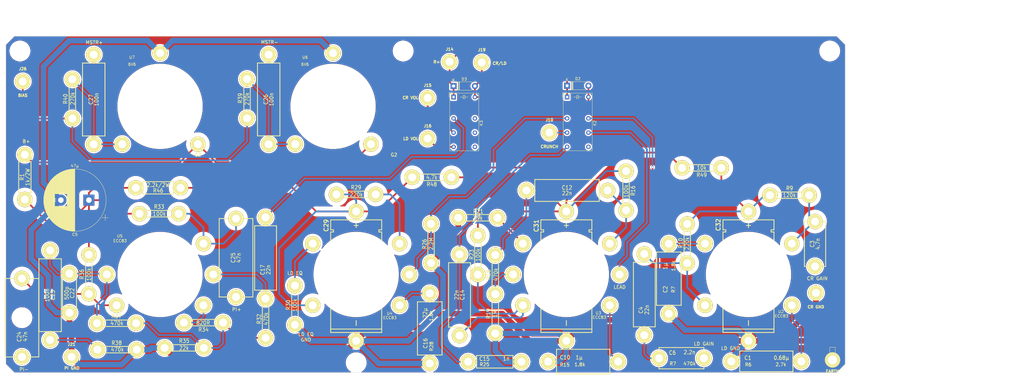
<source format=kicad_pcb>
(kicad_pcb (version 20241229) (generator "pcbnew") (generator_version "9.0")
  (layers (0 "F.Cu" signal) (2 "B.Cu" signal) (13 "F.Paste" user) (15 "B.Paste" user) (5 "F.SilkS" user "F.Silkscreen") (7 "B.SilkS" user "B.Silkscreen") (1 "F.Mask" user) (3 "B.Mask" user) (25 "Edge.Cuts" user))
  (net 0 "")
  (net 1 "Net-(U2A-K)")
  (net 2 "GND")
  (net 3 "Net-(U2B-K)")
  (net 4 "Net-(C4-Pad1)")
  (net 6 "Net-(C12-Pad1)")
  (net 7 "Net-(C14-Pad1)")
  (net 9 "Net-(U3A-K)")
  (net 10 "Net-(U4A-K)")
  (net 11 "Net-(U5A-G)")
  (net 12 "Net-(C23-Pad2)")
  (net 13 "Net-(U5B-G)")
  (net 14 "C+")
  (net 15 "D+")
  (net 17 "E+")
  (net 18 "F+")
  (net 19 "+VSW")
  (net 20 "-VSW")
  (net 22 "Net-(U6A-G1)")
  (net 25 "Net-(U7A-G1)")
  (net 26 "Earth")
  (net 27 "Net-(J10-Pin_1)")
  (net 28 "Net-(J15-Pin_1)")
  (net 29 "Net-(J16-Pin_1)")
  (net 30 "Net-(J26-Pin_1)")
  (net 32 "Net-(R32-Pad2)")
  (net 33 "Net-(U3A-G)")
  (net 34 "/HT3")
  (net 35 "/HT4")
  (net 36 "/HT5")
  (net 37 "Net-(U4A-G)")
  (net 38 "/HT6")
  (net 39 "/HT9")
  (net 40 "/HT8")
  (net 42 "/MT1")
  (net 45 "B+")
  (net 46 "/HT7")
  (net 47 "Net-(U3B-G)")
  (net 48 "Net-(U3B-K)")
  (net 49 "Net-(U5A-K)")
  (net 50 "Net-(C17-Pad2)")
  (footprint "A-wai_Turrets:C_M150_684_100V" (layer "F.Cu") (at 296.3672 181.0258 180)
    (property "Reference" "C1")
    (property "Value" "0.68µ")
  )
  (footprint "A-wai_Turrets:C_M150_105_100V" (layer "F.Cu") (at 261.587 151.511 -90)
    (property "Reference" "C2")
    (property "Value" "1µ")
  )
  (footprint "A-wai_Turrets:C_WMF_223_630V" (layer "F.Cu") (at 252.824 157.1752 90)
    (property "Reference" "C4")
    (property "Value" "22n")
  )
  (footprint "A-wai_Turrets:C_6PS_202" (layer "F.Cu") (at 266.0904 179.8828 180)
    (property "Reference" "C6")
    (property "Value" "2.2n")
  )
  (footprint "A-wai_Turrets:C_M150_105_100V" (layer "F.Cu") (at 231.0098 181.102 180)
    (property "Reference" "C10")
    (property "Value" "1µ")
  )
  (footprint "A-wai_Turrets:C_WMF_223_630V" (layer "F.Cu") (at 225.2358 120.015)
    (property "Reference" "C12")
    (property "Value" "22n")
  )
  (footprint "A-wai_Turrets:C_WMF_223_630V" (layer "F.Cu") (at 186.8818 157.3022 -90)
    (property "Reference" "C14")
    (property "Value" "22n")
  )
  (footprint "A-wai_Turrets:C_WMF_102_630V" (layer "F.Cu") (at 199.4662 181.1528)
    (property "Reference" "C15")
    (property "Value" "1n")
  )
  (footprint "A-wai_Turrets:C_M150_105_100V" (layer "F.Cu") (at 176.25 169.25 -90)
    (property "Reference" "C16")
    (property "Value" "22µ")
  )
  (footprint "A-wai_Turrets:C_WMF_223_630V" (layer "F.Cu") (at 117.6528 144.1196 90)
    (property "Reference" "C17")
    (property "Value" "22n")
  )
  (footprint "A-wai_Turrets:C_SM_500V" (layer "F.Cu") (at 47.6682 156.6776 -90)
    (property "Reference" "C22")
    (property "Value" "500p")
  )
  (footprint "A-wai_Turrets:C_M150_104_630V" (layer "F.Cu") (at 40.7594 157.4038 -90)
    (property "Reference" "C23")
    (property "Value" "100n")
  )
  (footprint "A-wai_Turrets:C_6PS_503" (layer "F.Cu") (at 30.7086 165.4302 90)
    (property "Reference" "C24")
    (property "Value" "47n")
  )
  (footprint "A-wai_Turrets:C_6PS_503" (layer "F.Cu") (at 107.1042 144.0434 90)
    (property "Reference" "C25")
    (property "Value" "47n")
  )
  (footprint "A-wai_Turrets:C_M150_104_630V" (layer "F.Cu") (at 118.769 87.5284 90)
    (property "Reference" "C26")
    (property "Value" "100n")
  )
  (footprint "A-wai_Turrets:C_M150_104_630V" (layer "F.Cu") (at 56.3308 87.5538 90)
    (property "Reference" "C27")
    (property "Value" "100n")
  )
  (footprint "A-wai_Turrets:CPA_22uF_500V" (layer "F.Cu") (at 150 150 90)
    (property "Reference" "C29")
    (property "Value" "33µ")
  )
  (footprint "A-wai_Turrets:CPA_22uF_500V" (layer "F.Cu") (at 290 150 90)
    (property "Reference" "C32")
    (property "Value" "10µ")
  )
  (footprint "Diode_THT:D_DO-41_SOD81_P7.62mm_Horizontal" (layer "F.Cu") (at 225.2625 82.6339)
    (property "Reference" "D2")
    (property "Value" "D")
  )
  (footprint "Diode_THT:D_DO-41_SOD81_P7.62mm_Horizontal" (layer "F.Cu") (at 184.75 82.75)
    (property "Reference" "D3")
    (property "Value" "D")
  )
  (footprint "A-wai_Turrets:TURRET" (layer "F.Cu") (at 218.9633 99.3725)
    (property "Reference" "J10")
    (property "Value" "CRUNCH")
  )
  (footprint "A-wai_Turrets:TURRET" (layer "F.Cu") (at 183.3372 74.1172)
    (property "Reference" "J14")
    (property "Value" "R+")
  )
  (footprint "A-wai_Turrets:TURRET" (layer "F.Cu") (at 175.5 87)
    (property "Reference" "J15")
    (property "Value" "CR VOL")
  )
  (footprint "A-wai_Turrets:TURRET" (layer "F.Cu") (at 175.5 101.5)
    (property "Reference" "J16")
    (property "Value" "LD VOL")
  )
  (footprint "A-wai_Turrets:TURRET" (layer "F.Cu") (at 194.818 74.3458)
    (property "Reference" "J19")
    (property "Value" "CR/LD")
  )
  (footprint "A-wai_Turrets:TURRET" (layer "F.Cu") (at 31 81.1022)
    (property "Reference" "J26")
    (property "Value" "BIAS")
  )
  (footprint "Relay_THT:Relay_DPDT_Finder_30.22" (layer "F.Cu") (at 225.2625 86.6725 -90)
    (property "Reference" "K2")
    (property "Value" "FINDER-30.22")
  )
  (footprint "Relay_THT:Relay_DPDT_Finder_30.22" (layer "F.Cu") (at 184.75 86.687 -90)
    (property "Reference" "K3")
    (property "Value" "FINDER-30.22")
  )
  (footprint "A-wai_Turrets:R_0.5W" (layer "F.Cu") (at 304.6654 121.7168)
    (property "Reference" "R9")
    (property "Value" "120k")
  )
  (footprint "A-wai_Turrets:R_0.5W" (layer "F.Cu") (at 246.3178 120.1166 -90)
    (property "Reference" "R16")
    (property "Value" "100k")
  )
  (footprint "A-wai_Turrets:R_0.5W" (layer "F.Cu") (at 199.658 150.0378 90)
    (property "Reference" "R18")
    (property "Value" "470k")
  )
  (footprint "A-wai_Turrets:R_0.5W" (layer "F.Cu") (at 199.658 164.0332 -90)
    (property "Reference" "R19")
    (property "Value" "1M")
  )
  (footprint "A-wai_Turrets:R_0.5W" (layer "F.Cu") (at 193.435 129.7686 180)
    (property "Reference" "R21")
    (property "Value" "39k")
  )
  (footprint "A-wai_Turrets:R_0.5W" (layer "F.Cu") (at 193.435 143.0528 -90)
    (property "Reference" "R23")
    (property "Value" "100k")
  )
  (footprint "A-wai_Turrets:R_0.5W" (layer "F.Cu") (at 149.9466 121.4374)
    (property "Reference" "R29")
    (property "Value" "220k")
  )
  (footprint "A-wai_Turrets:R_0.5W" (layer "F.Cu") (at 128.1354 160.9598 -90)
    (property "Reference" "R30")
    (property "Value" "100k")
  )
  (footprint "A-wai_Turrets:R_0.5W" (layer "F.Cu") (at 79.6544 128.3208)
    (property "Reference" "R33")
    (property "Value" "100k")
  )
  (footprint "A-wai_Turrets:R_0.5W" (layer "F.Cu") (at 95.504 167.1828 180)
    (property "Reference" "R34")
    (property "Value" "820R")
  )
  (footprint "A-wai_Turrets:R_0.5W" (layer "F.Cu") (at 88.6206 176.1998)
    (property "Reference" "R35")
    (property "Value" "22k")
  )
  (footprint "A-wai_Turrets:R_0.5W" (layer "F.Cu") (at 54.6024 149.9512 90)
    (property "Reference" "R36")
    (property "Value" "100k")
  )
  (footprint "A-wai_Turrets:R_0.5W" (layer "F.Cu") (at 64.4652 167.4114)
    (property "Reference" "R37")
    (property "Value" "470k")
  )
  (footprint "A-wai_Turrets:R_0.5W" (layer "F.Cu") (at 64.6684 176.8348 180)
    (property "Reference" "R38")
    (property "Value" "470k")
  )
  (footprint "A-wai_Turrets:R_0.5W" (layer "F.Cu") (at 111.0474 87.2744 -90)
    (property "Reference" "R39")
    (property "Value" "270k")
  )
  (footprint "A-wai_Turrets:R_0.5W" (layer "F.Cu") (at 48.7108 87.3506 90)
    (property "Reference" "R40")
    (property "Value" "270k")
  )
  (footprint "A-wai_Turrets:R_2W" (layer "F.Cu") (at 79.3242 119.0752 180)
    (property "Reference" "R46")
    (property "Value" "2.2k/2W")
  )
  (footprint "A-wai_Turrets:R_0.5W" (layer "F.Cu") (at 273.304 111.9632 180)
    (property "Reference" "R49")
    (property "Value" "10k")
  )
  (footprint "A-wai_Turrets:TUBE_TRIODE" (layer "F.Cu") (at 290 150)
    (property "Reference" "U2")
    (property "Value" "ECC83")
  )
  (footprint "A-wai_Turrets:TUBE_TRIODE" (layer "F.Cu") (at 225 150)
    (property "Reference" "U3")
    (property "Value" "ECC83")
  )
  (footprint "A-wai_Turrets:TUBE_TRIODE" (layer "F.Cu") (at 150 150)
    (property "Reference" "U4")
    (property "Value" "ECC83")
  )
  (footprint "A-wai_Turrets:TUBE_TRIODE" (layer "F.Cu") (at 80 150)
    (property "Reference" "U5")
    (property "Value" "ECC83")
  )
  (footprint "A-wai_Turrets:TUBE_PENTODE" (layer "F.Cu") (at 141.75 90)
    (property "Reference" "U6")
    (property "Value" "6V6")
  )
  (footprint "A-wai_Turrets:TUBE_PENTODE" (layer "F.Cu") (at 80 90)
    (property "Reference" "U7")
    (property "Value" "6V6")
  )
  (footprint "A-wai_Turrets:CPA_22uF_500V" (layer "F.Cu") (at 225 150 90)
    (property "Reference" "C31")
    (property "Value" "22µ")
  )
  (footprint "A-wai_Turrets:R_0.5W" (layer "F.Cu") (at 268.1402 138.9634 -90)
    (property "Reference" "R10")
    (property "Value" "220k")
  )
  (footprint "A-wai_Turrets:R_0.5W" (layer "F.Cu") (at 176.7078 138.938 -90)
    (property "Reference" "R26")
    (property "Value" "2.2M")
  )
  (footprint "A-wai_Turrets:C_6PS_502" (layer "F.Cu") (at 313.7586 139.1158 90)
    (property "Reference" "C3")
    (property "Value" "4.7n")
  )
  (footprint "A-wai_Turrets:R_0.5W" (layer "F.Cu") (at 117.6528 165.6334 -90)
    (property "Reference" "R32")
    (property "Value" "470k")
  )
  (footprint "A-wai_Turrets:TURRET" (layer "F.Cu") (at 320 180.5)
    (property "Reference" "J27" (hide yes))
    (property "Value" "EARTH")
  )
  (footprint "Jumper:SolderJumper-2_P1.3mm_Bridged_Pad1.0x1.5mm" (layer "F.Cu") (at 320 177.35 90)
    (property "Reference" "JP1" (hide yes))
    (property "Value" "Jumper" (hide yes))
  )
  (footprint "A-wai_Turrets:TURRET" (layer "F.Cu") (at 314.071 156.591)
    (property "Reference" "J7" (hide yes))
    (property "Value" "CR GND")
  )
  (footprint "A-wai_Turrets:TURRET" (layer "F.Cu") (at 48.4124 179.4302)
    (property "Reference" "J21")
    (property "Value" "PI GND")
  )
  (footprint "Capacitor_THT:CP_Radial_D22.0mm_P10.00mm_SnapIn" (layer "F.Cu") (at 54.61 123.4694 180)
    (property "Reference" "C5")
    (property "Value" "47µ")
  )
  (footprint "A-wai_Turrets:R_2W" (layer "F.Cu") (at 31.75 115.25 90)
    (property "Reference" "R1")
    (property "Value" "1k/2W")
  )
  (footprint "A-wai_Turrets:R_0.5W" (layer "F.Cu") (at 176.9872 115.3414 180)
    (property "Reference" "R48")
    (property "Value" "4.7k")
  )
  (footprint "MountingHole:MountingHole_3.5mm" (layer "F.Cu") (at 166.75 70.25)
    (property "Reference" "REF**" (hide yes))
    (property "Value" "MountingHole_3.5mm" (hide yes))
  )
  (footprint "MountingHole:MountingHole_3.5mm" (layer "F.Cu") (at 30.7086 165.4302)
    (property "Reference" "REF**" (hide yes))
    (property "Value" "MountingHole_3.5mm" (hide yes))
  )
  (footprint "MountingHole:MountingHole_3.5mm" (layer "F.Cu") (at 30 70.25)
    (property "Reference" "REF**" (hide yes))
    (property "Value" "MountingHole_3.5mm" (hide yes))
  )
  (footprint "MountingHole:MountingHole_3.5mm" (layer "F.Cu") (at 319 70.25)
    (property "Reference" "REF**" (hide yes))
    (property "Value" "MountingHole_3.5mm" (hide yes))
  )
  (footprint "MountingHole:MountingHole_3.5mm" (layer "F.Cu") (at 150 181.5)
    (property "Reference" "REF**" (hide yes))
    (property "Value" "MountingHole_3.5mm" (hide yes))
  )
  (gr_line (start 321.5 185) (end 28 185) (stroke (width 0.1)) (layer "Edge.Cuts"))
  (gr_line (start 324.5 68) (end 324.5 182) (stroke (width 0.1)) (layer "Edge.Cuts"))
  (gr_line (start 25 68) (end 28 65) (stroke (width 0.1)) (layer "Edge.Cuts"))
  (gr_line (start 28 185) (end 25 182) (stroke (width 0.1)) (layer "Edge.Cuts"))
  (gr_line (start 28 65) (end 321.5 65) (stroke (width 0.1)) (layer "Edge.Cuts"))
  (gr_line (start 324.5 182) (end 321.5 185) (stroke (width 0.1)) (layer "Edge.Cuts"))
  (gr_line (start 324.5 68) (end 321.5 65) (stroke (width 0.1)) (layer "Edge.Cuts"))
  (gr_line (start 25 182) (end 25 68) (stroke (width 0.1)) (layer "Edge.Cuts"))
  (gr_text "1.8k" (at 229.8192 182.1434 0) (layer "F.SilkS") (effects (font (size 1.2 1.2) (thickness 0.2))))
  (gr_text "1.8k" (at 176.7586 164.7444 90) (layer "F.SilkS") (effects (font (size 1.2 1.2) (thickness 0.2))))
  (gr_text "1.8k" (at 263.2202 146.9136 90) (layer "F.SilkS") (effects (font (size 1.2 1.2) (thickness 0.2))))
  (gr_text "R15" (at 224.4344 182.245 0) (layer "F.SilkS") (effects (font (size 1.2 1.2) (thickness 0.2))))
  (gr_text "R25" (at 195.8086 182.118 0) (layer "F.SilkS") (effects (font (size 1.2 1.2) (thickness 0.2))))
  (gr_text "R28" (at 176.8602 175.6664 90) (layer "F.SilkS") (effects (font (size 1.2 1.2) (thickness 0.2))))
  (gr_text "R7" (at 263.1948 155.3718 90) (layer "F.SilkS") (effects (font (size 1.2 1.2) (thickness 0.2))))
  (gr_text "LD GAIN" (at 274.0914 174.752 0) (layer "F.SilkS") (effects (font (size 1.2 1.2) (thickness 0.2))))
  (gr_text "LD GND" (at 283.6164 176.3522 0) (layer "F.SilkS") (effects (font (size 1.2 1.2) (thickness 0.2))))
  (gr_text "LD EQ\nGND" (at 132.08 172.339 0) (layer "F.SilkS") (effects (font (size 1.2 1.2) (thickness 0.2))))
  (gr_text "LD EQ" (at 128.143 149.5552 0) (layer "F.SilkS") (effects (font (size 1.2 1.2) (thickness 0.2))))
  (gr_text "PI+" (at 107.3404 162.4838 0) (layer "F.SilkS") (effects (font (size 1.2 1.2) (thickness 0.2))))
  (gr_text "PI-" (at 31.4198 183.8706 0) (layer "F.SilkS") (effects (font (size 1.2 1.2) (thickness 0.2))))
  (gr_text "MSTR-" (at 119.0802 67.1068 0) (layer "F.SilkS") (effects (font (size 1.2 1.2) (thickness 0.2))))
  (gr_text "MSTR+" (at 56.515 67.2084 0) (layer "F.SilkS") (effects (font (size 1.2 1.2) (thickness 0.2))))
  (gr_text "G2" (at 93.5228 107.315 0) (layer "F.SilkS") (effects (font (size 1.2 1.2) (thickness 0.2))))
  (gr_text "G2" (at 163.4744 107.315 0) (layer "F.SilkS") (effects (font (size 1.2 1.2) (thickness 0.2))))
  (gr_text "B+" (at 32.25 102.5 0) (layer "F.SilkS") (effects (font (size 1.2 1.2) (thickness 0.2))))
  (gr_text "LEAD" (at 244.0178 154.5082 0) (layer "F.SilkS") (effects (font (size 1.2 1.2) (thickness 0.2))))
  (gr_text "R6" (at 289.9156 182.1942 0) (layer "F.SilkS") (effects (font (size 1.2 1.2) (thickness 0.2))))
  (gr_text "CR GAIN" (at 314.5536 151.4348 0) (layer "F.SilkS") (effects (font (size 1.2 1.2) (thickness 0.2))))
  (gr_text "470k" (at 268.9606 181.8386 0) (layer "F.SilkS") (effects (font (size 1.2 1.2) (thickness 0.2))))
  (gr_text "R7" (at 263.017 181.8386 0) (layer "F.SilkS") (effects (font (size 1.2 1.2) (thickness 0.2))))
  (gr_text "2.7k" (at 301.5742 182.1434 0) (layer "F.SilkS") (effects (font (size 1.2 1.2) (thickness 0.2))))
  (segment (start 305.5 166.1302) (end 305.5 161) (width 0.6) (layer "B.Cu") (net 1))
  (segment (start 308.8672 169.4974) (end 305.5 166.1302) (width 0.6) (layer "B.Cu") (net 1))
  (segment (start 308.8672 181.0258) (end 308.8672 169.4974) (width 0.6) (layer "B.Cu") (net 1))
  (segment (start 314.071 160.655) (end 314.071 156.591) (width 2) (layer "F.Cu") (net 2))
  (segment (start 305.7398 168.9862) (end 314.071 160.655) (width 2) (layer "F.Cu") (net 2))
  (segment (start 257.015 166.2176) (end 264.4826 173.6852) (width 2) (layer "F.Cu") (net 2))
  (segment (start 257.015 159.235) (end 257.015 166.2176) (width 0.6) (layer "F.Cu") (net 2))
  (segment (start 47.6682 169.1132) (end 47.6682 163.6776) (width 2) (layer "F.Cu") (net 2))
  (segment (start 255.75 111.75) (end 255.75 138.25) (width 0.6) (layer "F.Cu") (net 2))
  (segment (start 173.355 168.9354) (end 178.308 163.9824) (width 2) (layer "F.Cu") (net 2))
  (segment (start 48.4124 179.4302) (end 48.4124 169.8574) (width 2) (layer "F.Cu") (net 2))
  (segment (start 154.7646 168.9354) (end 173.355 168.9354) (width 2) (layer "F.Cu") (net 2))
  (segment (start 257.75 158.5) (end 257.015 159.235) (width 0.6) (layer "F.Cu") (net 2))
  (segment (start 294.7138 168.9862) (end 305.7398 168.9862) (width 2) (layer "F.Cu") (net 2))
  (segment (start 141.0232 182.6768) (end 88.0976 182.6768) (width 2) (layer "F.Cu") (net 2))
  (segment (start 257.75 140.25) (end 257.75 158.5) (width 0.6) (layer "F.Cu") (net 2))
  (segment (start 88.0976 182.6768) (end 84.370599 178.949799) (width 2) (layer "F.Cu") (net 2))
  (segment (start 180.6956 141.9502) (end 180.6956 139.397087) (width 2) (layer "F.Cu") (net 2))
  (segment (start 232.4824 166.2176) (end 257.015 166.2176) (width 2) (layer "F.Cu") (net 2))
  (segment (start 186.435 133.657687) (end 186.435 129.7686) (width 2) (layer "F.Cu") (net 2))
  (segment (start 202.184 163.9824) (end 211.9016 173.7) (width 2) (layer "F.Cu") (net 2))
  (segment (start 225 173.7) (end 232.4824 166.2176) (width 2) (layer "F.Cu") (net 2))
  (segment (start 320 175.25) (end 320 175.594) (width 2) (layer "F.Cu") (net 2))
  (segment (start 264.4826 173.6852) (end 289.9852 173.6852) (width 2) (layer "F.Cu") (net 2))
  (segment (start 150 173.7) (end 141.0232 182.6768) (width 2) (layer "F.Cu") (net 2))
  (segment (start 290 173.7) (end 318.45 173.7) (width 2) (layer "F.Cu") (net 2))
  (segment (start 84.370599 178.949799) (end 81.6206 176.1998) (width 2) (layer "F.Cu") (net 2))
  (segment (start 176.7078 145.938) (end 180.6956 141.9502) (width 2) (layer "F.Cu") (net 2))
  (segment (start 150 173.7) (end 154.7646 168.9354) (width 2) (layer "F.Cu") (net 2))
  (segment (start 255.75 138.25) (end 257.75 140.25) (width 0.6) (layer "F.Cu") (net 2))
  (segment (start 289.9852 173.6852) (end 290 173.7) (width 2) (layer "F.Cu") (net 2))
  (segment (start 290 173.7) (end 290.417 174.117) (width 2) (layer "F.Cu") (net 2))
  (segment (start 178.308 163.9824) (end 202.184 163.9824) (width 2) (layer "F.Cu") (net 2))
  (segment (start 318.45 173.7) (end 320 175.25) (width 2) (layer "F.Cu") (net 2))
  (segment (start 290 173.7) (end 294.7138 168.9862) (width 2) (layer "F.Cu") (net 2))
  (segment (start 180.6956 139.397087) (end 186.435 133.657687) (width 2) (layer "F.Cu") (net 2))
  (segment (start 211.9016 173.7) (end 225 173.7) (width 2) (layer "F.Cu") (net 2))
  (segment (start 48.4124 169.8574) (end 47.6682 169.1132) (width 2) (layer "F.Cu") (net 2))
  (via (at 255.75 111.75) (size 0.8) (drill 0.6) (layers "F.Cu" "B.Cu") (net 2))
  (segment (start 47.6682 163.6776) (end 43.18 163.6776) (width 2) (layer "B.Cu") (net 2))
  (segment (start 249.0425 94.2925) (end 255.75 101) (width 0.6) (layer "B.Cu") (net 2))
  (segment (start 267.4004 169.8244) (end 261.587 164.011) (width 2) (layer "B.Cu") (net 2))
  (segment (start 133.8756 173.7) (end 128.1354 167.9598) (width 2) (layer "B.Cu") (net 2))
  (segment (start 286.1244 169.8244) (end 267.4004 169.8244) (width 2) (layer "B.Cu") (net 2))
  (segment (start 84.44999 66.55001) (end 137.30001 66.55001) (width 2) (layer "B.Cu") (net 2))
  (segment (start 222.3332 171.0332) (end 225 173.7) (width 2) (layer "B.Cu") (net 2))
  (segment (start 199.658 171.0332) (end 199.658 177.3314) (width 2) (layer "B.Cu") (net 2))
  (segment (start 283.8672 179.8328) (end 290 173.7) (width 2) (layer "B.Cu") (net 2))
  (segment (start 232.8825 94.2925) (end 249.0425 94.2925) (width 0.6) (layer "B.Cu") (net 2))
  (segment (start 40.1574 150.5458) (end 34.0106 144.399) (width 2) (layer "B.Cu") (net 2))
  (segment (start 44.61 123.4694) (end 38.4048 117.2642) (width 2) (layer "B.Cu") (net 2))
  (segment (start 48.4124 179.4302) (end 51.162399 182.180199) (width 2) (layer "B.Cu") (net 2))
  (segment (start 199.658 171.0332) (end 222.3332 171.0332) (width 2) (layer "B.Cu") (net 2))
  (segment (start 51.162399 182.180199) (end 66.323001 182.180199) (width 2) (layer "B.Cu") (net 2))
  (segment (start 71.6684 176.8348) (end 76.2762 176.8348) (width 2) (layer "B.Cu") (net 2))
  (segment (start 225 178.5044) (end 225 173.7) (width 2) (layer "B.Cu") (net 2))
  (segment (start 68.918401 179.584799) (end 71.6684 176.8348) (width 2) (layer "B.Cu") (net 2))
  (segment (start 43.18 163.6776) (end 40.1574 160.655) (width 2) (layer "B.Cu") (net 2))
  (segment (start 38.4048 117.2642) (end 38.4048 75.7428) (width 2) (layer "B.Cu") (net 2))
  (segment (start 290 173.7) (end 286.1244 169.8244) (width 2) (layer "B.Cu") (net 2))
  (segment (start 137.30001 66.55001) (end 141.75 71) (width 2) (layer "B.Cu") (net 2))
  (segment (start 66.323001 182.180199) (end 68.918401 179.584799) (width 2) (layer "B.Cu") (net 2))
  (segment (start 40.1574 160.655) (end 40.1574 150.5458) (width 2) (layer "B.Cu") (net 2))
  (segment (start 76.2762 176.8348) (end 76.9112 176.1998) (width 2) (layer "B.Cu") (net 2))
  (segment (start 75.55001 66.55001) (end 80 71) (width 2) (layer "B.Cu") (net 2))
  (segment (start 38.4048 75.7428) (end 47.59759 66.55001) (width 2) (layer "B.Cu") (net 2))
  (segment (start 150 173.7) (end 133.8756 173.7) (width 2) (layer "B.Cu") (net 2))
  (segment (start 158.05 181.75) (end 176.25 181.75) (width 2) (layer "B.Cu") (net 2))
  (segment (start 199.658 177.3314) (end 203.4794 181.1528) (width 2) (layer "B.Cu") (net 2))
  (segment (start 203.4794 181.1528) (end 208.9662 181.1528) (width 2) (layer "B.Cu") (net 2))
  (segment (start 47.59759 66.55001) (end 75.55001 66.55001) (width 2) (layer "B.Cu") (net 2))
  (segment (start 34.0106 144.399) (end 34.0106 134.0688) (width 2) (layer "B.Cu") (net 2))
  (segment (start 255.75 111.75) (end 255.75 101) (width 0.6) (layer "B.Cu") (net 2))
  (segment (start 80 71) (end 84.44999 66.55001) (width 2) (layer "B.Cu") (net 2))
  (segment (start 218.5098 181.102) (end 222.4024 181.102) (width 2) (layer "B.Cu") (net 2))
  (segment (start 76.9112 176.1998) (end 81.6206 176.1998) (width 2) (layer "B.Cu") (net 2))
  (segment (start 150 173.7) (end 168.5904 173.7) (width 2) (layer "B.Cu") (net 2))
  (segment (start 181 150.2302) (end 176.7078 145.938) (width 2) (layer "B.Cu") (net 2))
  (segment (start 150 173.7) (end 158.05 181.75) (width 2) (layer "B.Cu") (net 2))
  (segment (start 168.5904 173.7) (end 181 161.2904) (width 2) (layer "B.Cu") (net 2))
  (segment (start 181 161.2904) (end 181 150.2302) (width 2) (layer "B.Cu") (net 2))
  (segment (start 222.4024 181.102) (end 225 178.5044) (width 2) (layer "B.Cu") (net 2))
  (segment (start 283.8672 181.0258) (end 283.8672 179.8328) (width 2) (layer "B.Cu") (net 2))
  (segment (start 34.0106 134.0688) (end 44.61 123.4694) (width 2) (layer "B.Cu") (net 2))
  (segment (start 274.489 139.011) (end 274.5 139) (width 0.6) (layer "B.Cu") (net 3))
  (segment (start 261.587 139.011) (end 274.489 139.011) (width 0.6) (layer "B.Cu") (net 3))
  (segment (start 254.2794 179.8828) (end 252.824 178.4274) (width 0.6) (layer "B.Cu") (net 4))
  (segment (start 258.0904 179.8828) (end 254.2794 179.8828) (width 0.6) (layer "B.Cu") (net 4))
  (segment (start 252.824 178.4274) (end 252.824 171.6752) (width 0.6) (layer "B.Cu") (net 4))
  (segment (start 202.407999 137.190001) (end 210.7358 128.8622) (width 0.6) (layer "B.Cu") (net 6))
  (segment (start 199.658 143.0378) (end 202.407999 140.287801) (width 0.6) (layer "B.Cu") (net 6))
  (segment (start 202.407999 140.287801) (end 202.407999 137.190001) (width 0.6) (layer "B.Cu") (net 6))
  (segment (start 210.7358 128.8622) (end 210.7358 120.015) (width 0.6) (layer "B.Cu") (net 6))
  (segment (start 180.213 175.288687) (end 186.077113 181.1528) (width 0.6) (layer "B.Cu") (net 7))
  (segment (start 212.09 107.41) (end 222.305 107.41) (width 0.6) (layer "B.Cu") (net 7))
  (segment (start 186.077113 181.1528) (end 189.9662 181.1528) (width 0.6) (layer "B.Cu") (net 7))
  (segment (start 222.305 107.41) (end 225.2625 104.4525) (width 0.6) (layer "B.Cu") (net 7))
  (segment (start 186.8818 142.8022) (end 186.8818 136.1182) (width 0.6) (layer "B.Cu") (net 7))
  (segment (start 186.8818 162.3936) (end 180.213 169.0624) (width 0.6) (layer "B.Cu") (net 7))
  (segment (start 193.25 126.25) (end 212.09 107.41) (width 0.6) (layer "B.Cu") (net 7))
  (segment (start 180.213 169.0624) (end 180.213 175.288687) (width 0.6) (layer "B.Cu") (net 7))
  (segment (start 186.8818 136.1182) (end 193.25 129.75) (width 0.6) (layer "B.Cu") (net 7))
  (segment (start 186.8818 142.8022) (end 186.8818 162.3936) (width 0.6) (layer "B.Cu") (net 7))
  (segment (start 193.25 129.75) (end 193.25 126.25) (width 0.6) (layer "B.Cu") (net 7))
  (segment (start 240.5 161) (end 240.5 178.0922) (width 0.6) (layer "B.Cu") (net 9))
  (segment (start 240.5 178.0922) (end 243.5098 181.102) (width 0.6) (layer "B.Cu") (net 9))
  (segment (start 165.5 161) (end 169.75 156.75) (width 0.6) (layer "B.Cu") (net 10))
  (segment (start 169.75 156.75) (end 176.25 156.75) (width 0.6) (layer "B.Cu") (net 10))
  (segment (start 99 150) (end 114.5162 150) (width 0.6) (layer "B.Cu") (net 11))
  (segment (start 114.5162 150) (end 117.6528 153.1366) (width 0.6) (layer "B.Cu") (net 11))
  (segment (start 117.6528 153.1366) (end 117.6528 158.6196) (width 0.6) (layer "B.Cu") (net 11))
  (segment (start 54.2374 173.4038) (end 57.6684 176.8348) (width 0.6) (layer "B.Cu") (net 12))
  (segment (start 40.7594 173.4038) (end 54.2374 173.4038) (width 0.6) (layer "B.Cu") (net 12))
  (segment (start 61 153.889087) (end 61 150) (width 0.6) (layer "B.Cu") (net 13))
  (segment (start 60.6776 149.6776) (end 61 150) (width 0.6) (layer "B.Cu") (net 13))
  (segment (start 43.4802 149.6776) (end 47.6682 149.6776) (width 0.6) (layer "B.Cu") (net 13))
  (segment (start 47.6682 149.6776) (end 60.6776 149.6776) (width 0.6) (layer "B.Cu") (net 13))
  (segment (start 57.4652 160.7208) (end 61 157.186) (width 0.6) (layer "B.Cu") (net 13))
  (segment (start 40.7594 141.4038) (end 40.7594 146.9568) (width 0.6) (layer "B.Cu") (net 13))
  (segment (start 61 157.186) (end 61 153.889087) (width 0.6) (layer "B.Cu") (net 13))
  (segment (start 57.4652 167.4114) (end 57.4652 160.7208) (width 0.6) (layer "B.Cu") (net 13))
  (segment (start 40.7594 146.9568) (end 43.4802 149.6776) (width 0.6) (layer "B.Cu") (net 13))
  (segment (start 72.6544 128.3208) (end 65.0494 128.3208) (width 0.6) (layer "F.Cu") (net 14))
  (segment (start 56.4042 119.0752) (end 54.61 120.8694) (width 0.6) (layer "F.Cu") (net 14))
  (segment (start 54.6024 126.7282) (end 54.61 126.7206) (width 0.6) (layer "F.Cu") (net 14))
  (segment (start 54.61 124.39) (end 47.75 131.25) (width 0.6) (layer "F.Cu") (net 14))
  (segment (start 54.61 123.4694) (end 54.61 124.39) (width 0.6) (layer "F.Cu") (net 14))
  (segment (start 54.61 126.7206) (end 54.61 123.4694) (width 0.6) (layer "F.Cu") (net 14))
  (segment (start 60.198 123.4694) (end 54.61 123.4694) (width 0.6) (layer "F.Cu") (net 14))
  (segment (start 54.61 120.8694) (end 54.61 123.4694) (width 0.6) (layer "F.Cu") (net 14))
  (segment (start 71.3242 119.0752) (end 56.4042 119.0752) (width 0.6) (layer "F.Cu") (net 14))
  (segment (start 65.0494 128.3208) (end 60.198 123.4694) (width 0.6) (layer "F.Cu") (net 14))
  (segment (start 54.6024 126.7282) (end 54.6024 142.9512) (width 0.6) (layer "F.Cu") (net 14))
  (segment (start 47.75 131.25) (end 39.75 131.25) (width 0.6) (layer "F.Cu") (net 14))
  (segment (start 39.75 131.25) (end 31.75 123.25) (width 0.6) (layer "F.Cu") (net 14))
  (segment (start 157.8286 127.5) (end 169.9872 115.3414) (width 0.6) (layer "F.Cu") (net 15))
  (segment (start 87.3242 119.0752) (end 127.2794 119.0752) (width 0.6) (layer "F.Cu") (net 15))
  (segment (start 127.2794 119.0752) (end 135.7042 127.5) (width 0.6) (layer "F.Cu") (net 15))
  (segment (start 150 127.5) (end 157.8286 127.5) (width 0.6) (layer "F.Cu") (net 15))
  (segment (start 135.7042 127.5) (end 150 127.5) (width 0.6) (layer "F.Cu") (net 15))
  (segment (start 122.5042 156.9796) (end 122.5042 140.6068) (width 0.6) (layer "B.Cu") (net 15))
  (segment (start 126.5246 161) (end 122.5042 156.9796) (width 0.6) (layer "B.Cu") (net 15))
  (segment (start 147.826487 121.4374) (end 142.9466 121.4374) (width 0.6) (layer "B.Cu") (net 15))
  (segment (start 150 123.610913) (end 147.826487 121.4374) (width 0.6) (layer "B.Cu") (net 15))
  (segment (start 134.5 161) (end 126.5246 161) (width 0.6) (layer "B.Cu") (net 15))
  (segment (start 150 127.5) (end 150 123.610913) (width 0.6) (layer "B.Cu") (net 15))
  (segment (start 135.611 127.5) (end 150 127.5) (width 0.6) (layer "B.Cu") (net 15))
  (segment (start 122.5042 140.6068) (end 135.611 127.5) (width 0.6) (layer "B.Cu") (net 15))
  (segment (start 197.2564 124.333) (end 204.978 124.333) (width 0.6) (layer "F.Cu") (net 17))
  (segment (start 260.843 106.5022) (end 266.304 111.9632) (width 0.6) (layer "F.Cu") (net 17))
  (segment (start 218.948 121.448) (end 225 127.5) (width 0.6) (layer "F.Cu") (net 17))
  (segment (start 218.948 117.0686) (end 218.948 121.448) (width 0.6) (layer "F.Cu") (net 17))
  (segment (start 193.435 128.1544) (end 197.2564 124.333) (width 0.6) (layer "F.Cu") (net 17))
  (segment (start 225 127.5) (end 225 123.610913) (width 0.6) (layer "F.Cu") (net 17))
  (segment (start 195.961 111.8362) (end 213.7156 111.8362) (width 0.6) (layer "F.Cu") (net 17))
  (segment (start 204.978 124.333) (end 208.145 127.5) (width 0.6) (layer "F.Cu") (net 17))
  (segment (start 208.145 127.5) (end 225 127.5) (width 0.6) (layer "F.Cu") (net 17))
  (segment (start 213.7156 111.8362) (end 218.948 117.0686) (width 0.6) (layer "F.Cu") (net 17))
  (segment (start 193.435 136.0528) (end 193.435 128.1544) (width 0.6) (layer "F.Cu") (net 17))
  (segment (start 192.4558 115.3414) (end 195.961 111.8362) (width 0.6) (layer "F.Cu") (net 17))
  (segment (start 225 123.610913) (end 242.108713 106.5022) (width 0.6) (layer "F.Cu") (net 17))
  (segment (start 183.9872 115.3414) (end 192.4558 115.3414) (width 0.6) (layer "F.Cu") (net 17))
  (segment (start 242.108713 106.5022) (end 260.843 106.5022) (width 0.6) (layer "F.Cu") (net 17))
  (segment (start 239.297 113.1166) (end 246.3178 113.1166) (width 0.6) (layer "B.Cu") (net 17))
  (segment (start 225 127.5) (end 225 127.4136) (width 0.6) (layer "B.Cu") (net 17))
  (segment (start 225 127.4136) (end 239.297 113.1166) (width 0.6) (layer "B.Cu") (net 17))
  (segment (start 280.319 111.9782) (end 280.304 111.9632) (width 0.6) (layer "F.Cu") (net 18))
  (segment (start 280.319 117.819) (end 280.319 111.9782) (width 0.6) (layer "F.Cu") (net 18))
  (segment (start 290 127.5) (end 280.319 117.819) (width 0.6) (layer "F.Cu") (net 18))
  (segment (start 295.7832 121.7168) (end 297.6654 121.7168) (width 0.6) (layer "B.Cu") (net 18))
  (segment (start 272.6036 127.5) (end 268.1402 131.9634) (width 0.6) (layer "B.Cu") (net 18))
  (segment (start 290 127.5) (end 295.7832 121.7168) (width 0.6) (layer "B.Cu") (net 18))
  (segment (start 290 127.5) (end 272.6036 127.5) (width 0.6) (layer "B.Cu") (net 18))
  (segment (start 183.3372 81.3372) (end 183.3372 74.1172) (width 0.6) (layer "F.Cu") (net 19))
  (segment (start 225.2625 76.0125) (end 218.033 68.783) (width 0.6) (layer "F.Cu") (net 19))
  (segment (start 225.2625 82.6339) (end 225.2625 76.0125) (width 0.6) (layer "F.Cu") (net 19))
  (segment (start 184.75 82.75) (end 184.75 86.687) (width 0.6) (layer "F.Cu") (net 19))
  (segment (start 225.2625 82.6339) (end 225.2625 86.6725) (width 0.6) (layer "F.Cu") (net 19))
  (segment (start 218.033 68.783) (end 188.6714 68.783) (width 0.6) (layer "F.Cu") (net 19))
  (segment (start 184.75 82.75) (end 183.3372 81.3372) (width 0.6) (layer "F.Cu") (net 19))
  (segment (start 188.6714 68.783) (end 183.3372 74.1172) (width 0.6) (layer "F.Cu") (net 19))
  (segment (start 196.4722 76) (end 194.818 74.3458) (width 0.6) (layer "F.Cu") (net 20))
  (segment (start 232.8825 88.3675) (end 232.8825 86.6725) (width 0.6) (layer "F.Cu") (net 20))
  (segment (start 192.37 82.75) (end 192.37 86.687) (width 0.6) (layer "F.Cu") (net 20))
  (segment (start 192.37 86.687) (end 216.937 86.687) (width 0.6) (layer "F.Cu") (net 20))
  (segment (start 194.818 80.302) (end 194.818 74.3458) (width 0.6) (layer "F.Cu") (net 20))
  (segment (start 232.8825 86.6725) (end 232.8825 82.6339) (width 0.6) (layer "F.Cu") (net 20))
  (segment (start 192.37 82.75) (end 194.818 80.302) (width 0.6) (layer "F.Cu") (net 20))
  (segment (start 216.937 86.687) (end 219.75 89.5) (width 0.6) (layer "F.Cu") (net 20))
  (segment (start 219.75 89.5) (end 231.75 89.5) (width 0.6) (layer "F.Cu") (net 20))
  (segment (start 231.75 89.5) (end 232.8825 88.3675) (width 0.6) (layer "F.Cu") (net 20))
  (segment (start 128.25 103.5) (end 118.7974 103.5) (width 0.6) (layer "B.Cu") (net 22))
  (segment (start 118.769 87.996) (end 111.0474 80.2744) (width 0.6) (layer "B.Cu") (net 22))
  (segment (start 118.769 103.5284) (end 118.769 87.996) (width 0.6) (layer "B.Cu") (net 22))
  (segment (start 56.3308 87.9706) (end 48.7108 80.3506) (width 0.6) (layer "B.Cu") (net 25))
  (segment (start 56.3308 103.5538) (end 56.3308 87.9706) (width 0.6) (layer "B.Cu") (net 25))
  (segment (start 56.3308 103.5538) (end 66.4462 103.5538) (width 0.6) (layer "B.Cu") (net 25))
  (segment (start 218.9633 99.3725) (end 225.2625 99.3725) (width 0.6) (layer "B.Cu") (net 27))
  (segment (start 175.5 90.137) (end 184.75 99.387) (width 0.6) (layer "F.Cu") (net 28))
  (segment (start 175.5 87) (end 175.5 90.137) (width 0.6) (layer "F.Cu") (net 28))
  (segment (start 178.467 104.467) (end 184.75 104.467) (width 0.6) (layer "F.Cu") (net 29))
  (segment (start 175.5 101.5) (end 178.467 104.467) (width 0.6) (layer "F.Cu") (net 29))
  (segment (start 31 88.9882) (end 31 81.1022) (width 0.6) (layer "F.Cu") (net 30))
  (segment (start 36.3624 94.3506) (end 31 88.9882) (width 0.6) (layer "F.Cu") (net 30))
  (segment (start 48.7108 94.3506) (end 36.3624 94.3506) (width 0.6) (layer "F.Cu") (net 30))
  (segment (start 48.7108 102.4318) (end 55.5498 109.2708) (width 0.6) (layer "B.Cu") (net 30))
  (segment (start 104.301 109.2708) (end 111.0474 102.5244) (width 0.6) (layer "B.Cu") (net 30))
  (segment (start 55.5498 109.2708) (end 104.301 109.2708) (width 0.6) (layer "B.Cu") (net 30))
  (segment (start 48.7108 94.3506) (end 48.7108 102.4318) (width 0.6) (layer "B.Cu") (net 30))
  (segment (start 111.0474 102.5244) (end 111.0474 94.2744) (width 0.6) (layer "B.Cu") (net 30))
  (segment (start 113.763713 172.6334) (end 111.615113 170.4848) (width 0.6) (layer "F.Cu") (net 32))
  (segment (start 105.806 170.4848) (end 102.504 167.1828) (width 0.6) (layer "F.Cu") (net 32))
  (segment (start 117.6528 172.6334) (end 113.763713 172.6334) (width 0.6) (layer "F.Cu") (net 32))
  (segment (start 111.615113 170.4848) (end 105.806 170.4848) (width 0.6) (layer "F.Cu") (net 32))
  (segment (start 71.4652 167.4114) (end 75.354287 167.4114) (width 0.6) (layer "B.Cu") (net 32))
  (segment (start 75.354287 167.4114) (end 79.570687 171.6278) (width 0.6) (layer "B.Cu") (net 32))
  (segment (start 102.504 174.5592) (end 102.504 167.1828) (width 0.6) (layer "B.Cu") (net 32))
  (segment (start 100.8634 176.1998) (end 102.504 174.5592) (width 0.6) (layer "B.Cu") (net 32))
  (segment (start 79.570687 171.6278) (end 91.0486 171.6278) (width 0.6) (layer "B.Cu") (net 32))
  (segment (start 91.0486 171.6278) (end 95.6206 176.1998) (width 0.6) (layer "B.Cu") (net 32))
  (segment (start 95.6206 176.1998) (end 100.8634 176.1998) (width 0.6) (layer "B.Cu") (net 32))
  (segment (start 253.75 105.25) (end 253.75 131.5426) (width 0.6) (layer "B.Cu") (net 33))
  (segment (start 244 146.110913) (end 244 150) (width 0.6) (layer "B.Cu") (net 33))
  (segment (start 247.8725 99.3725) (end 253.75 105.25) (width 0.6) (layer "B.Cu") (net 33))
  (segment (start 246.6594 143.451513) (end 244 146.110913) (width 0.6) (layer "B.Cu") (net 33))
  (segment (start 253.75 131.5426) (end 246.6594 138.6332) (width 0.6) (layer "B.Cu") (net 33))
  (segment (start 246.6594 138.6332) (end 246.6594 143.451513) (width 0.6) (layer "B.Cu") (net 33))
  (segment (start 232.8825 99.3725) (end 247.8725 99.3725) (width 0.6) (layer "B.Cu") (net 33))
  (segment (start 311.6654 129.0226) (end 313.7586 131.1158) (width 0.6) (layer "B.Cu") (net 34))
  (segment (start 313.3842 131.1158) (end 313.7586 131.1158) (width 0.6) (layer "B.Cu") (net 34))
  (segment (start 305.5 139) (end 313.3842 131.1158) (width 0.6) (layer "B.Cu") (net 34))
  (segment (start 311.6654 121.7168) (end 311.6654 129.0226) (width 0.6) (layer "B.Cu") (net 34))
  (segment (start 256.1122 145.9634) (end 252.824 142.6752) (width 0.6) (layer "B.Cu") (net 35))
  (segment (start 268.1402 154.6402) (end 274.5 161) (width 0.6) (layer "B.Cu") (net 35))
  (segment (start 268.1402 145.9634) (end 268.1402 154.6402) (width 0.6) (layer "B.Cu") (net 35))
  (segment (start 268.1402 145.9634) (end 256.1122 145.9634) (width 0.6) (layer "B.Cu") (net 35))
  (segment (start 246.3178 127.1166) (end 246.3178 133.1822) (width 0.6) (layer "B.Cu") (net 36))
  (segment (start 246.3178 126.597) (end 246.3178 127.1166) (width 0.6) (layer "B.Cu") (net 36))
  (segment (start 239.7358 120.015) (end 246.3178 126.597) (width 0.6) (layer "B.Cu") (net 36))
  (segment (start 246.3178 133.1822) (end 240.5 139) (width 0.6) (layer "B.Cu") (net 36))
  (segment (start 176.7078 139.2428) (end 176.7078 131.938) (width 0.6) (layer "B.Cu") (net 37))
  (segment (start 210.2075 94.2925) (end 199 105.5) (width 0.6) (layer "B.Cu") (net 37))
  (segment (start 183.25 122.25) (end 176.7078 128.7922) (width 0.6) (layer "B.Cu") (net 37))
  (segment (start 189.25 122.25) (end 183.25 122.25) (width 0.6) (layer "B.Cu") (net 37))
  (segment (start 176.7078 128.7922) (end 176.7078 131.938) (width 0.6) (layer "B.Cu") (net 37))
  (segment (start 171.749999 144.200601) (end 176.7078 139.2428) (width 0.6) (layer "B.Cu") (net 37))
  (segment (start 199 112.5) (end 189.25 122.25) (width 0.6) (layer "B.Cu") (net 37))
  (segment (start 169 150) (end 171.749999 147.250001) (width 0.6) (layer "B.Cu") (net 37))
  (segment (start 171.749999 147.250001) (end 171.749999 144.200601) (width 0.6) (layer "B.Cu") (net 37))
  (segment (start 225.2625 94.2925) (end 210.2075 94.2925) (width 0.6) (layer "B.Cu") (net 37))
  (segment (start 199 105.5) (end 199 112.5) (width 0.6) (layer "B.Cu") (net 37))
  (segment (start 206.5176 163.9824) (end 197.612 163.9824) (width 0.6) (layer "B.Cu") (net 38))
  (segment (start 193.2538 165.4302) (end 186.8818 171.8022) (width 0.6) (layer "B.Cu") (net 38))
  (segment (start 208.6102 165.4302) (end 193.2538 165.4302) (width 0.6) (layer "B.Cu") (net 38))
  (segment (start 209.5 161) (end 209.5 164.5404) (width 0.6) (layer "B.Cu") (net 38))
  (segment (start 197.612 163.9824) (end 193.435 159.8054) (width 0.6) (layer "B.Cu") (net 38))
  (segment (start 209.5 164.5404) (end 208.6102 165.4302) (width 0.6) (layer "B.Cu") (net 38))
  (segment (start 209.5 161) (end 206.5176 163.9824) (width 0.6) (layer "B.Cu") (net 38))
  (segment (start 193.435 159.8054) (end 193.435 150.0528) (width 0.6) (layer "B.Cu") (net 38))
  (segment (start 54.6024 156.9512) (end 36.2296 156.9512) (width 0.6) (layer "F.Cu") (net 39))
  (segment (start 64.5 161) (end 58.6512 161) (width 0.6) (layer "F.Cu") (net 39))
  (segment (start 58.6512 161) (end 54.6024 156.9512) (width 0.6) (layer "F.Cu") (net 39))
  (segment (start 36.2296 156.9512) (end 30.7086 151.4302) (width 0.6) (layer "F.Cu") (net 39))
  (segment (start 90.543487 128.3208) (end 95.5 133.277313) (width 0.6) (layer "B.Cu") (net 40))
  (segment (start 102.648 139) (end 107.1042 134.5438) (width 0.6) (layer "B.Cu") (net 40))
  (segment (start 95.5 133.277313) (end 95.5 139) (width 0.6) (layer "B.Cu") (net 40))
  (segment (start 107.1042 134.5438) (end 107.1042 130.0434) (width 0.6) (layer "B.Cu") (net 40))
  (segment (start 86.6544 128.3208) (end 90.543487 128.3208) (width 0.6) (layer "B.Cu") (net 40))
  (segment (start 95.5 139) (end 102.648 139) (width 0.6) (layer "B.Cu") (net 40))
  (segment (start 128.1354 153.9598) (end 128.1354 145.3646) (width 0.6) (layer "B.Cu") (net 42))
  (segment (start 128.1354 145.3646) (end 134.5 139) (width 0.6) (layer "B.Cu") (net 42))
  (segment (start 87 110) (end 93.5 103.5) (width 0.6) (layer "F.Cu") (net 45))
  (segment (start 93.5 103.5) (end 100 110) (width 0.6) (layer "F.Cu") (net 45))
  (segment (start 34.5 110) (end 87 110) (width 0.6) (layer "F.Cu") (net 45))
  (segment (start 148.75 110) (end 155.25 103.5) (width 0.6) (layer "F.Cu") (net 45))
  (segment (start 31.75 107.25) (end 34.5 110) (width 0.6) (layer "F.Cu") (net 45))
  (segment (start 100 110) (end 148.75 110) (width 0.6) (layer "F.Cu") (net 45))
  (segment (start 91.4462 103.5538) (end 91.5 103.5) (width 0.6) (layer "B.Cu") (net 45))
  (segment (start 162.179 121.4374) (end 156.9466 121.4374) (width 0.6) (layer "B.Cu") (net 46))
  (segment (start 165.5 124.7584) (end 162.179 121.4374) (width 0.6) (layer "B.Cu") (net 46))
  (segment (start 165.5 139) (end 165.5 124.7584) (width 0.6) (layer "B.Cu") (net 46))
  (segment (start 199.658 153.144113) (end 199.658 157.0332) (width 0.6) (layer "B.Cu") (net 47))
  (segment (start 199.658 152.452913) (end 199.658 153.144113) (width 0.6) (layer "B.Cu") (net 47))
  (segment (start 202.110913 150) (end 199.658 152.452913) (width 0.6) (layer "B.Cu") (net 47))
  (segment (start 206 150) (end 202.110913 150) (width 0.6) (layer "B.Cu") (net 47))
  (segment (start 209.5 138.8336) (end 209.5 139) (width 0.6) (layer "F.Cu") (net 48))
  (segment (start 200.435 129.7686) (end 209.5 138.8336) (width 0.6) (layer "F.Cu") (net 48))
  (segment (start 95.5 164.889087) (end 93.206287 167.1828) (width 0.6) (layer "B.Cu") (net 49))
  (segment (start 95.5 161) (end 95.5 164.889087) (width 0.6) (layer "B.Cu") (net 49))
  (segment (start 93.206287 167.1828) (end 88.504 167.1828) (width 0.6) (layer "B.Cu") (net 49))
  (segment (start 131.5224 115.75) (end 117.6528 129.6196) (width 0.6) (layer "B.Cu") (net 50))
  (segment (start 188.25 97.807) (end 188.25 105.5) (width 0.6) (layer "B.Cu") (net 50))
  (segment (start 162 115.75) (end 131.5224 115.75) (width 0.6) (layer "B.Cu") (net 50))
  (segment (start 169.75 108) (end 162 115.75) (width 0.6) (layer "B.Cu") (net 50))
  (segment (start 188.25 105.5) (end 185.75 108) (width 0.6) (layer "B.Cu") (net 50))
  (segment (start 184.75 94.307) (end 188.25 97.807) (width 0.6) (layer "B.Cu") (net 50))
  (segment (start 185.75 108) (end 169.75 108) (width 0.6) (layer "B.Cu") (net 50))
  (zone (net 26) (net_name "Earth") (layer "F.Cu") (connect_pads yes (clearance 0.508)) (min_thickness 0.254) (fill yes (thermal_gap 0.508) (thermal_bridge_width 0.508))
    (polygon (pts (xy 22.877366 187.144327) (xy 386.732366 188.007927) (xy 388.281766 61.973127) (xy 23.817166 63.649527)))
  )
  (zone (net 26) (net_name "Earth") (layer "B.Cu") (connect_pads yes (clearance 0.508)) (min_thickness 0.254) (fill yes (thermal_gap 0.508) (thermal_bridge_width 0.508))
    (polygon (pts (xy 22.9362 63.2714) (xy 386.7912 62.4078) (xy 388.3406 188.4426) (xy 23.876 186.7662)))
  )
)
</source>
